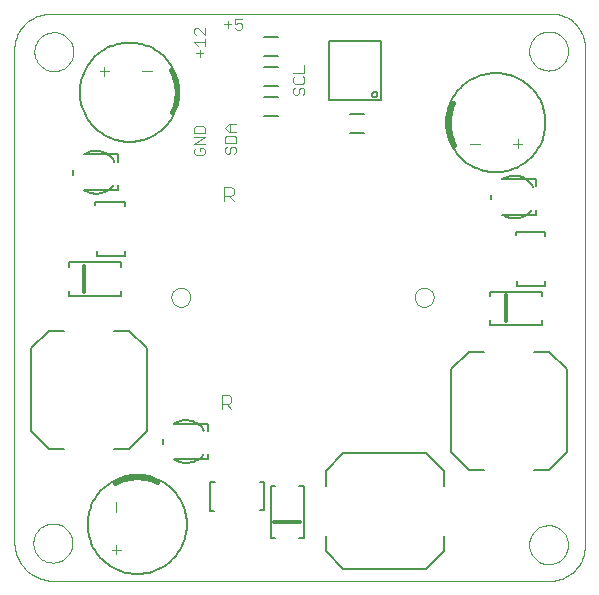
<source format=gto>
G75*
G70*
%OFA0B0*%
%FSLAX24Y24*%
%IPPOS*%
%LPD*%
%AMOC8*
5,1,8,0,0,1.08239X$1,22.5*
%
%ADD10C,0.0000*%
%ADD11C,0.0030*%
%ADD12C,0.0050*%
%ADD13C,0.0120*%
%ADD14C,0.0160*%
%ADD15C,0.0040*%
%ADD16C,0.0060*%
D10*
X002197Y001169D02*
X018827Y001169D01*
X018828Y001169D02*
X018893Y001175D01*
X018958Y001185D01*
X019022Y001198D01*
X019085Y001215D01*
X019147Y001236D01*
X019208Y001260D01*
X019267Y001287D01*
X019325Y001318D01*
X019381Y001352D01*
X019435Y001389D01*
X019487Y001429D01*
X019537Y001472D01*
X019584Y001517D01*
X019628Y001565D01*
X019670Y001616D01*
X019708Y001669D01*
X019744Y001723D01*
X019777Y001780D01*
X019806Y001839D01*
X019832Y001899D01*
X019855Y001960D01*
X019874Y002023D01*
X019890Y002086D01*
X019902Y002151D01*
X019910Y002216D01*
X019915Y002281D01*
X019916Y002346D01*
X019913Y002412D01*
X019913Y018974D01*
X019911Y019037D01*
X019906Y019101D01*
X019896Y019164D01*
X019884Y019226D01*
X019867Y019287D01*
X019847Y019348D01*
X019824Y019407D01*
X019797Y019465D01*
X019767Y019520D01*
X019733Y019575D01*
X019697Y019627D01*
X019657Y019677D01*
X019615Y019724D01*
X019570Y019769D01*
X019523Y019811D01*
X019473Y019851D01*
X019421Y019887D01*
X019366Y019921D01*
X019311Y019951D01*
X019253Y019978D01*
X019194Y020001D01*
X019133Y020021D01*
X019072Y020038D01*
X019010Y020050D01*
X018947Y020060D01*
X018883Y020065D01*
X018820Y020067D01*
X002057Y020067D01*
X002057Y020066D02*
X001989Y020062D01*
X001923Y020054D01*
X001856Y020043D01*
X001791Y020028D01*
X001726Y020009D01*
X001663Y019986D01*
X001601Y019960D01*
X001540Y019931D01*
X001481Y019898D01*
X001425Y019862D01*
X001370Y019822D01*
X001317Y019780D01*
X001267Y019735D01*
X001220Y019687D01*
X001175Y019637D01*
X001134Y019584D01*
X001095Y019529D01*
X001060Y019472D01*
X001027Y019413D01*
X000998Y019352D01*
X000973Y019290D01*
X000951Y019226D01*
X000933Y019161D01*
X000918Y019096D01*
X000907Y019029D01*
X000900Y018962D01*
X000896Y018895D01*
X000897Y018828D01*
X000897Y002469D01*
X001529Y002427D02*
X001531Y002477D01*
X001537Y002527D01*
X001547Y002577D01*
X001560Y002625D01*
X001577Y002673D01*
X001598Y002719D01*
X001622Y002763D01*
X001650Y002805D01*
X001681Y002845D01*
X001715Y002882D01*
X001752Y002917D01*
X001791Y002948D01*
X001832Y002977D01*
X001876Y003002D01*
X001922Y003024D01*
X001969Y003042D01*
X002017Y003056D01*
X002066Y003067D01*
X002116Y003074D01*
X002166Y003077D01*
X002217Y003076D01*
X002267Y003071D01*
X002317Y003062D01*
X002365Y003050D01*
X002413Y003033D01*
X002459Y003013D01*
X002504Y002990D01*
X002547Y002963D01*
X002587Y002933D01*
X002625Y002900D01*
X002660Y002864D01*
X002693Y002825D01*
X002722Y002784D01*
X002748Y002741D01*
X002771Y002696D01*
X002790Y002649D01*
X002805Y002601D01*
X002817Y002552D01*
X002825Y002502D01*
X002829Y002452D01*
X002829Y002402D01*
X002825Y002352D01*
X002817Y002302D01*
X002805Y002253D01*
X002790Y002205D01*
X002771Y002158D01*
X002748Y002113D01*
X002722Y002070D01*
X002693Y002029D01*
X002660Y001990D01*
X002625Y001954D01*
X002587Y001921D01*
X002547Y001891D01*
X002504Y001864D01*
X002459Y001841D01*
X002413Y001821D01*
X002365Y001804D01*
X002317Y001792D01*
X002267Y001783D01*
X002217Y001778D01*
X002166Y001777D01*
X002116Y001780D01*
X002066Y001787D01*
X002017Y001798D01*
X001969Y001812D01*
X001922Y001830D01*
X001876Y001852D01*
X001832Y001877D01*
X001791Y001906D01*
X001752Y001937D01*
X001715Y001972D01*
X001681Y002009D01*
X001650Y002049D01*
X001622Y002091D01*
X001598Y002135D01*
X001577Y002181D01*
X001560Y002229D01*
X001547Y002277D01*
X001537Y002327D01*
X001531Y002377D01*
X001529Y002427D01*
X000897Y002469D02*
X000899Y002399D01*
X000905Y002328D01*
X000914Y002259D01*
X000927Y002190D01*
X000944Y002121D01*
X000965Y002054D01*
X000989Y001988D01*
X001017Y001923D01*
X001048Y001860D01*
X001083Y001799D01*
X001121Y001739D01*
X001162Y001682D01*
X001206Y001627D01*
X001253Y001575D01*
X001303Y001525D01*
X001355Y001478D01*
X001410Y001434D01*
X001467Y001393D01*
X001527Y001355D01*
X001588Y001320D01*
X001651Y001289D01*
X001716Y001261D01*
X001782Y001237D01*
X001849Y001216D01*
X001918Y001199D01*
X001987Y001186D01*
X002056Y001177D01*
X002127Y001171D01*
X002197Y001169D01*
X006133Y010618D02*
X006135Y010653D01*
X006141Y010688D01*
X006151Y010722D01*
X006164Y010755D01*
X006181Y010786D01*
X006202Y010814D01*
X006225Y010841D01*
X006252Y010864D01*
X006280Y010885D01*
X006311Y010902D01*
X006344Y010915D01*
X006378Y010925D01*
X006413Y010931D01*
X006448Y010933D01*
X006483Y010931D01*
X006518Y010925D01*
X006552Y010915D01*
X006585Y010902D01*
X006616Y010885D01*
X006644Y010864D01*
X006671Y010841D01*
X006694Y010814D01*
X006715Y010786D01*
X006732Y010755D01*
X006745Y010722D01*
X006755Y010688D01*
X006761Y010653D01*
X006763Y010618D01*
X006761Y010583D01*
X006755Y010548D01*
X006745Y010514D01*
X006732Y010481D01*
X006715Y010450D01*
X006694Y010422D01*
X006671Y010395D01*
X006644Y010372D01*
X006616Y010351D01*
X006585Y010334D01*
X006552Y010321D01*
X006518Y010311D01*
X006483Y010305D01*
X006448Y010303D01*
X006413Y010305D01*
X006378Y010311D01*
X006344Y010321D01*
X006311Y010334D01*
X006280Y010351D01*
X006252Y010372D01*
X006225Y010395D01*
X006202Y010422D01*
X006181Y010450D01*
X006164Y010481D01*
X006151Y010514D01*
X006141Y010548D01*
X006135Y010583D01*
X006133Y010618D01*
X001568Y018805D02*
X001570Y018855D01*
X001576Y018905D01*
X001586Y018955D01*
X001599Y019003D01*
X001616Y019051D01*
X001637Y019097D01*
X001661Y019141D01*
X001689Y019183D01*
X001720Y019223D01*
X001754Y019260D01*
X001791Y019295D01*
X001830Y019326D01*
X001871Y019355D01*
X001915Y019380D01*
X001961Y019402D01*
X002008Y019420D01*
X002056Y019434D01*
X002105Y019445D01*
X002155Y019452D01*
X002205Y019455D01*
X002256Y019454D01*
X002306Y019449D01*
X002356Y019440D01*
X002404Y019428D01*
X002452Y019411D01*
X002498Y019391D01*
X002543Y019368D01*
X002586Y019341D01*
X002626Y019311D01*
X002664Y019278D01*
X002699Y019242D01*
X002732Y019203D01*
X002761Y019162D01*
X002787Y019119D01*
X002810Y019074D01*
X002829Y019027D01*
X002844Y018979D01*
X002856Y018930D01*
X002864Y018880D01*
X002868Y018830D01*
X002868Y018780D01*
X002864Y018730D01*
X002856Y018680D01*
X002844Y018631D01*
X002829Y018583D01*
X002810Y018536D01*
X002787Y018491D01*
X002761Y018448D01*
X002732Y018407D01*
X002699Y018368D01*
X002664Y018332D01*
X002626Y018299D01*
X002586Y018269D01*
X002543Y018242D01*
X002498Y018219D01*
X002452Y018199D01*
X002404Y018182D01*
X002356Y018170D01*
X002306Y018161D01*
X002256Y018156D01*
X002205Y018155D01*
X002155Y018158D01*
X002105Y018165D01*
X002056Y018176D01*
X002008Y018190D01*
X001961Y018208D01*
X001915Y018230D01*
X001871Y018255D01*
X001830Y018284D01*
X001791Y018315D01*
X001754Y018350D01*
X001720Y018387D01*
X001689Y018427D01*
X001661Y018469D01*
X001637Y018513D01*
X001616Y018559D01*
X001599Y018607D01*
X001586Y018655D01*
X001576Y018705D01*
X001570Y018755D01*
X001568Y018805D01*
X014243Y010618D02*
X014245Y010653D01*
X014251Y010688D01*
X014261Y010722D01*
X014274Y010755D01*
X014291Y010786D01*
X014312Y010814D01*
X014335Y010841D01*
X014362Y010864D01*
X014390Y010885D01*
X014421Y010902D01*
X014454Y010915D01*
X014488Y010925D01*
X014523Y010931D01*
X014558Y010933D01*
X014593Y010931D01*
X014628Y010925D01*
X014662Y010915D01*
X014695Y010902D01*
X014726Y010885D01*
X014754Y010864D01*
X014781Y010841D01*
X014804Y010814D01*
X014825Y010786D01*
X014842Y010755D01*
X014855Y010722D01*
X014865Y010688D01*
X014871Y010653D01*
X014873Y010618D01*
X014871Y010583D01*
X014865Y010548D01*
X014855Y010514D01*
X014842Y010481D01*
X014825Y010450D01*
X014804Y010422D01*
X014781Y010395D01*
X014754Y010372D01*
X014726Y010351D01*
X014695Y010334D01*
X014662Y010321D01*
X014628Y010311D01*
X014593Y010305D01*
X014558Y010303D01*
X014523Y010305D01*
X014488Y010311D01*
X014454Y010321D01*
X014421Y010334D01*
X014390Y010351D01*
X014362Y010372D01*
X014335Y010395D01*
X014312Y010422D01*
X014291Y010450D01*
X014274Y010481D01*
X014261Y010514D01*
X014251Y010548D01*
X014245Y010583D01*
X014243Y010618D01*
X018056Y018829D02*
X018058Y018879D01*
X018064Y018929D01*
X018074Y018979D01*
X018087Y019027D01*
X018104Y019075D01*
X018125Y019121D01*
X018149Y019165D01*
X018177Y019207D01*
X018208Y019247D01*
X018242Y019284D01*
X018279Y019319D01*
X018318Y019350D01*
X018359Y019379D01*
X018403Y019404D01*
X018449Y019426D01*
X018496Y019444D01*
X018544Y019458D01*
X018593Y019469D01*
X018643Y019476D01*
X018693Y019479D01*
X018744Y019478D01*
X018794Y019473D01*
X018844Y019464D01*
X018892Y019452D01*
X018940Y019435D01*
X018986Y019415D01*
X019031Y019392D01*
X019074Y019365D01*
X019114Y019335D01*
X019152Y019302D01*
X019187Y019266D01*
X019220Y019227D01*
X019249Y019186D01*
X019275Y019143D01*
X019298Y019098D01*
X019317Y019051D01*
X019332Y019003D01*
X019344Y018954D01*
X019352Y018904D01*
X019356Y018854D01*
X019356Y018804D01*
X019352Y018754D01*
X019344Y018704D01*
X019332Y018655D01*
X019317Y018607D01*
X019298Y018560D01*
X019275Y018515D01*
X019249Y018472D01*
X019220Y018431D01*
X019187Y018392D01*
X019152Y018356D01*
X019114Y018323D01*
X019074Y018293D01*
X019031Y018266D01*
X018986Y018243D01*
X018940Y018223D01*
X018892Y018206D01*
X018844Y018194D01*
X018794Y018185D01*
X018744Y018180D01*
X018693Y018179D01*
X018643Y018182D01*
X018593Y018189D01*
X018544Y018200D01*
X018496Y018214D01*
X018449Y018232D01*
X018403Y018254D01*
X018359Y018279D01*
X018318Y018308D01*
X018279Y018339D01*
X018242Y018374D01*
X018208Y018411D01*
X018177Y018451D01*
X018149Y018493D01*
X018125Y018537D01*
X018104Y018583D01*
X018087Y018631D01*
X018074Y018679D01*
X018064Y018729D01*
X018058Y018779D01*
X018056Y018829D01*
X018056Y002372D02*
X018058Y002422D01*
X018064Y002472D01*
X018074Y002522D01*
X018087Y002570D01*
X018104Y002618D01*
X018125Y002664D01*
X018149Y002708D01*
X018177Y002750D01*
X018208Y002790D01*
X018242Y002827D01*
X018279Y002862D01*
X018318Y002893D01*
X018359Y002922D01*
X018403Y002947D01*
X018449Y002969D01*
X018496Y002987D01*
X018544Y003001D01*
X018593Y003012D01*
X018643Y003019D01*
X018693Y003022D01*
X018744Y003021D01*
X018794Y003016D01*
X018844Y003007D01*
X018892Y002995D01*
X018940Y002978D01*
X018986Y002958D01*
X019031Y002935D01*
X019074Y002908D01*
X019114Y002878D01*
X019152Y002845D01*
X019187Y002809D01*
X019220Y002770D01*
X019249Y002729D01*
X019275Y002686D01*
X019298Y002641D01*
X019317Y002594D01*
X019332Y002546D01*
X019344Y002497D01*
X019352Y002447D01*
X019356Y002397D01*
X019356Y002347D01*
X019352Y002297D01*
X019344Y002247D01*
X019332Y002198D01*
X019317Y002150D01*
X019298Y002103D01*
X019275Y002058D01*
X019249Y002015D01*
X019220Y001974D01*
X019187Y001935D01*
X019152Y001899D01*
X019114Y001866D01*
X019074Y001836D01*
X019031Y001809D01*
X018986Y001786D01*
X018940Y001766D01*
X018892Y001749D01*
X018844Y001737D01*
X018794Y001728D01*
X018744Y001723D01*
X018693Y001722D01*
X018643Y001725D01*
X018593Y001732D01*
X018544Y001743D01*
X018496Y001757D01*
X018449Y001775D01*
X018403Y001797D01*
X018359Y001822D01*
X018318Y001851D01*
X018279Y001882D01*
X018242Y001917D01*
X018208Y001954D01*
X018177Y001994D01*
X018149Y002036D01*
X018125Y002080D01*
X018104Y002126D01*
X018087Y002174D01*
X018074Y002222D01*
X018064Y002272D01*
X018058Y002322D01*
X018056Y002372D01*
D11*
X007198Y015357D02*
X006951Y015357D01*
X006890Y015419D01*
X006890Y015543D01*
X006951Y015604D01*
X007075Y015604D02*
X007075Y015481D01*
X007075Y015604D02*
X007198Y015604D01*
X007260Y015543D01*
X007260Y015419D01*
X007198Y015357D01*
X007260Y015726D02*
X006890Y015726D01*
X007260Y015973D01*
X006890Y015973D01*
X006890Y016094D02*
X006890Y016279D01*
X006951Y016341D01*
X007198Y016341D01*
X007260Y016279D01*
X007260Y016094D01*
X006890Y016094D01*
X007913Y015950D02*
X007913Y015765D01*
X008284Y015765D01*
X008284Y015950D01*
X008222Y016012D01*
X007975Y016012D01*
X007913Y015950D01*
X008037Y016133D02*
X007913Y016257D01*
X008037Y016380D01*
X008284Y016380D01*
X008098Y016380D02*
X008098Y016133D01*
X008037Y016133D02*
X008284Y016133D01*
X008222Y015644D02*
X008160Y015644D01*
X008098Y015582D01*
X008098Y015458D01*
X008037Y015397D01*
X007975Y015397D01*
X007913Y015458D01*
X007913Y015582D01*
X007975Y015644D01*
X008222Y015644D02*
X008284Y015582D01*
X008284Y015458D01*
X008222Y015397D01*
X010258Y017365D02*
X010197Y017427D01*
X010197Y017550D01*
X010258Y017612D01*
X010258Y017734D02*
X010505Y017734D01*
X010567Y017795D01*
X010567Y017919D01*
X010505Y017980D01*
X010567Y018102D02*
X010197Y018102D01*
X010258Y017980D02*
X010197Y017919D01*
X010197Y017795D01*
X010258Y017734D01*
X010382Y017550D02*
X010444Y017612D01*
X010505Y017612D01*
X010567Y017550D01*
X010567Y017427D01*
X010505Y017365D01*
X010382Y017427D02*
X010382Y017550D01*
X010382Y017427D02*
X010320Y017365D01*
X010258Y017365D01*
X010567Y018102D02*
X010567Y018349D01*
X008496Y019592D02*
X008434Y019531D01*
X008311Y019531D01*
X008249Y019592D01*
X008249Y019716D02*
X008372Y019777D01*
X008434Y019777D01*
X008496Y019716D01*
X008496Y019592D01*
X008249Y019716D02*
X008249Y019901D01*
X008496Y019901D01*
X008127Y019716D02*
X007881Y019716D01*
X008004Y019839D02*
X008004Y019592D01*
X007260Y019609D02*
X007260Y019362D01*
X007013Y019609D01*
X006951Y019609D01*
X006890Y019547D01*
X006890Y019423D01*
X006951Y019362D01*
X006890Y019117D02*
X007260Y019117D01*
X007260Y019240D02*
X007260Y018993D01*
X007075Y018872D02*
X007075Y018625D01*
X007198Y018749D02*
X006951Y018749D01*
X007013Y018993D02*
X006890Y019117D01*
D12*
X003084Y017455D02*
X003086Y017536D01*
X003092Y017617D01*
X003102Y017698D01*
X003116Y017778D01*
X003134Y017857D01*
X003155Y017935D01*
X003181Y018012D01*
X003210Y018088D01*
X003243Y018162D01*
X003279Y018235D01*
X003319Y018305D01*
X003363Y018374D01*
X003409Y018440D01*
X003459Y018504D01*
X003512Y018566D01*
X003568Y018625D01*
X003627Y018681D01*
X003689Y018734D01*
X003753Y018784D01*
X003819Y018830D01*
X003888Y018874D01*
X003958Y018914D01*
X004031Y018950D01*
X004105Y018983D01*
X004181Y019012D01*
X004258Y019038D01*
X004336Y019059D01*
X004415Y019077D01*
X004495Y019091D01*
X004576Y019101D01*
X004657Y019107D01*
X004738Y019109D01*
X004819Y019107D01*
X004900Y019101D01*
X004981Y019091D01*
X005061Y019077D01*
X005140Y019059D01*
X005218Y019038D01*
X005295Y019012D01*
X005371Y018983D01*
X005445Y018950D01*
X005518Y018914D01*
X005588Y018874D01*
X005657Y018830D01*
X005723Y018784D01*
X005787Y018734D01*
X005849Y018681D01*
X005908Y018625D01*
X005964Y018566D01*
X006017Y018504D01*
X006067Y018440D01*
X006113Y018374D01*
X006157Y018305D01*
X006197Y018235D01*
X006233Y018162D01*
X006266Y018088D01*
X006295Y018012D01*
X006321Y017935D01*
X006342Y017857D01*
X006360Y017778D01*
X006374Y017698D01*
X006384Y017617D01*
X006390Y017536D01*
X006392Y017455D01*
X006390Y017374D01*
X006384Y017293D01*
X006374Y017212D01*
X006360Y017132D01*
X006342Y017053D01*
X006321Y016975D01*
X006295Y016898D01*
X006266Y016822D01*
X006233Y016748D01*
X006197Y016675D01*
X006157Y016605D01*
X006113Y016536D01*
X006067Y016470D01*
X006017Y016406D01*
X005964Y016344D01*
X005908Y016285D01*
X005849Y016229D01*
X005787Y016176D01*
X005723Y016126D01*
X005657Y016080D01*
X005588Y016036D01*
X005518Y015996D01*
X005445Y015960D01*
X005371Y015927D01*
X005295Y015898D01*
X005218Y015872D01*
X005140Y015851D01*
X005061Y015833D01*
X004981Y015819D01*
X004900Y015809D01*
X004819Y015803D01*
X004738Y015801D01*
X004657Y015803D01*
X004576Y015809D01*
X004495Y015819D01*
X004415Y015833D01*
X004336Y015851D01*
X004258Y015872D01*
X004181Y015898D01*
X004105Y015927D01*
X004031Y015960D01*
X003958Y015996D01*
X003888Y016036D01*
X003819Y016080D01*
X003753Y016126D01*
X003689Y016176D01*
X003627Y016229D01*
X003568Y016285D01*
X003512Y016344D01*
X003459Y016406D01*
X003409Y016470D01*
X003363Y016536D01*
X003319Y016605D01*
X003279Y016675D01*
X003243Y016748D01*
X003210Y016822D01*
X003181Y016898D01*
X003155Y016975D01*
X003134Y017053D01*
X003116Y017132D01*
X003102Y017212D01*
X003092Y017293D01*
X003086Y017374D01*
X003084Y017455D01*
X003220Y015382D02*
X004362Y015382D01*
X004362Y015146D01*
X004362Y014358D02*
X004362Y014201D01*
X003220Y014201D01*
X003601Y013805D02*
X003601Y013686D01*
X003601Y013805D02*
X004585Y013805D01*
X004585Y013647D01*
X004585Y012151D02*
X004585Y011994D01*
X003640Y011994D01*
X003640Y012151D01*
X004455Y011781D02*
X004455Y011623D01*
X004455Y011781D02*
X002723Y011781D01*
X002723Y011623D01*
X002723Y010836D02*
X002723Y010679D01*
X004455Y010679D01*
X004455Y010836D01*
X004213Y009506D02*
X004725Y009506D01*
X005315Y008916D01*
X005315Y006160D01*
X004725Y005569D01*
X004213Y005569D01*
X005858Y005736D02*
X005858Y005894D01*
X006212Y006405D02*
X007354Y006405D01*
X007354Y006169D01*
X007354Y005382D02*
X007354Y005224D01*
X006212Y005224D01*
X006211Y006406D02*
X006255Y006433D01*
X006300Y006457D01*
X006347Y006477D01*
X006395Y006494D01*
X006445Y006507D01*
X006495Y006517D01*
X006546Y006523D01*
X006597Y006526D01*
X006648Y006525D01*
X006699Y006520D01*
X006749Y006511D01*
X006799Y006499D01*
X006848Y006484D01*
X006895Y006464D01*
X006941Y006442D01*
X006985Y006416D01*
X007027Y006387D01*
X007067Y006355D01*
X007105Y006321D01*
X007140Y006283D01*
X007172Y006244D01*
X007202Y006202D01*
X007228Y006158D01*
X007212Y005390D02*
X007179Y005349D01*
X007142Y005310D01*
X007103Y005274D01*
X007061Y005241D01*
X007017Y005212D01*
X006970Y005185D01*
X006923Y005162D01*
X006873Y005142D01*
X006822Y005126D01*
X006770Y005114D01*
X006718Y005106D01*
X006665Y005101D01*
X006612Y005100D01*
X006559Y005103D01*
X006506Y005110D01*
X006454Y005121D01*
X006402Y005135D01*
X006352Y005153D01*
X006304Y005175D01*
X006257Y005200D01*
X006212Y005228D01*
X007419Y004475D02*
X007577Y004475D01*
X007419Y004475D02*
X007419Y003491D01*
X007537Y003491D01*
X009073Y003531D02*
X009230Y003531D01*
X009230Y004475D01*
X009073Y004475D01*
X009443Y004338D02*
X009600Y004338D01*
X009443Y004338D02*
X009443Y002605D01*
X009600Y002605D01*
X010388Y002605D02*
X010545Y002605D01*
X010545Y004338D01*
X010388Y004338D01*
X011277Y004316D02*
X011277Y004827D01*
X011867Y005418D01*
X014623Y005418D01*
X015214Y004827D01*
X015214Y004316D01*
X016051Y004868D02*
X016563Y004868D01*
X016051Y004868D02*
X015461Y005459D01*
X015461Y008215D01*
X016051Y008805D01*
X016563Y008805D01*
X016766Y009710D02*
X016766Y009868D01*
X016766Y009710D02*
X018499Y009710D01*
X018499Y009868D01*
X018499Y010655D02*
X018499Y010812D01*
X016766Y010812D01*
X016766Y010655D01*
X017656Y010997D02*
X017656Y011155D01*
X017656Y010997D02*
X018601Y010997D01*
X018601Y011155D01*
X018601Y012651D02*
X018601Y012809D01*
X017617Y012809D01*
X017617Y012690D01*
X017157Y013374D02*
X018299Y013374D01*
X018299Y013531D01*
X018157Y013539D02*
X018124Y013498D01*
X018087Y013459D01*
X018048Y013423D01*
X018006Y013390D01*
X017962Y013361D01*
X017915Y013334D01*
X017868Y013311D01*
X017818Y013291D01*
X017767Y013275D01*
X017715Y013263D01*
X017663Y013255D01*
X017610Y013250D01*
X017557Y013249D01*
X017504Y013252D01*
X017451Y013259D01*
X017399Y013270D01*
X017347Y013284D01*
X017297Y013302D01*
X017249Y013324D01*
X017202Y013349D01*
X017157Y013377D01*
X016803Y013886D02*
X016803Y014043D01*
X017157Y014555D02*
X018299Y014555D01*
X018299Y014319D01*
X018173Y014307D02*
X018147Y014351D01*
X018117Y014393D01*
X018085Y014432D01*
X018050Y014470D01*
X018012Y014504D01*
X017972Y014536D01*
X017930Y014565D01*
X017886Y014591D01*
X017840Y014613D01*
X017793Y014633D01*
X017744Y014648D01*
X017694Y014660D01*
X017644Y014669D01*
X017593Y014674D01*
X017542Y014675D01*
X017491Y014672D01*
X017440Y014666D01*
X017390Y014656D01*
X017340Y014643D01*
X017292Y014626D01*
X017245Y014606D01*
X017200Y014582D01*
X017156Y014555D01*
X015293Y016441D02*
X015295Y016522D01*
X015301Y016603D01*
X015311Y016684D01*
X015325Y016764D01*
X015343Y016843D01*
X015364Y016921D01*
X015390Y016998D01*
X015419Y017074D01*
X015452Y017148D01*
X015488Y017221D01*
X015528Y017291D01*
X015572Y017360D01*
X015618Y017426D01*
X015668Y017490D01*
X015721Y017552D01*
X015777Y017611D01*
X015836Y017667D01*
X015898Y017720D01*
X015962Y017770D01*
X016028Y017816D01*
X016097Y017860D01*
X016167Y017900D01*
X016240Y017936D01*
X016314Y017969D01*
X016390Y017998D01*
X016467Y018024D01*
X016545Y018045D01*
X016624Y018063D01*
X016704Y018077D01*
X016785Y018087D01*
X016866Y018093D01*
X016947Y018095D01*
X017028Y018093D01*
X017109Y018087D01*
X017190Y018077D01*
X017270Y018063D01*
X017349Y018045D01*
X017427Y018024D01*
X017504Y017998D01*
X017580Y017969D01*
X017654Y017936D01*
X017727Y017900D01*
X017797Y017860D01*
X017866Y017816D01*
X017932Y017770D01*
X017996Y017720D01*
X018058Y017667D01*
X018117Y017611D01*
X018173Y017552D01*
X018226Y017490D01*
X018276Y017426D01*
X018322Y017360D01*
X018366Y017291D01*
X018406Y017221D01*
X018442Y017148D01*
X018475Y017074D01*
X018504Y016998D01*
X018530Y016921D01*
X018551Y016843D01*
X018569Y016764D01*
X018583Y016684D01*
X018593Y016603D01*
X018599Y016522D01*
X018601Y016441D01*
X018599Y016360D01*
X018593Y016279D01*
X018583Y016198D01*
X018569Y016118D01*
X018551Y016039D01*
X018530Y015961D01*
X018504Y015884D01*
X018475Y015808D01*
X018442Y015734D01*
X018406Y015661D01*
X018366Y015591D01*
X018322Y015522D01*
X018276Y015456D01*
X018226Y015392D01*
X018173Y015330D01*
X018117Y015271D01*
X018058Y015215D01*
X017996Y015162D01*
X017932Y015112D01*
X017866Y015066D01*
X017797Y015022D01*
X017727Y014982D01*
X017654Y014946D01*
X017580Y014913D01*
X017504Y014884D01*
X017427Y014858D01*
X017349Y014837D01*
X017270Y014819D01*
X017190Y014805D01*
X017109Y014795D01*
X017028Y014789D01*
X016947Y014787D01*
X016866Y014789D01*
X016785Y014795D01*
X016704Y014805D01*
X016624Y014819D01*
X016545Y014837D01*
X016467Y014858D01*
X016390Y014884D01*
X016314Y014913D01*
X016240Y014946D01*
X016167Y014982D01*
X016097Y015022D01*
X016028Y015066D01*
X015962Y015112D01*
X015898Y015162D01*
X015836Y015215D01*
X015777Y015271D01*
X015721Y015330D01*
X015668Y015392D01*
X015618Y015456D01*
X015572Y015522D01*
X015528Y015591D01*
X015488Y015661D01*
X015452Y015734D01*
X015419Y015808D01*
X015390Y015884D01*
X015364Y015961D01*
X015343Y016039D01*
X015325Y016118D01*
X015311Y016198D01*
X015301Y016279D01*
X015295Y016360D01*
X015293Y016441D01*
X013110Y017181D02*
X013110Y019149D01*
X011377Y019149D01*
X011377Y017181D01*
X013110Y017181D01*
X012825Y017378D02*
X012827Y017396D01*
X012833Y017414D01*
X012842Y017430D01*
X012854Y017443D01*
X012869Y017454D01*
X012886Y017462D01*
X012904Y017466D01*
X012922Y017466D01*
X012940Y017462D01*
X012957Y017454D01*
X012972Y017443D01*
X012984Y017430D01*
X012993Y017414D01*
X012999Y017396D01*
X013001Y017378D01*
X012999Y017360D01*
X012993Y017342D01*
X012984Y017326D01*
X012972Y017313D01*
X012957Y017302D01*
X012940Y017294D01*
X012922Y017290D01*
X012904Y017290D01*
X012886Y017294D01*
X012869Y017302D01*
X012854Y017313D01*
X012842Y017326D01*
X012833Y017342D01*
X012827Y017360D01*
X012825Y017378D01*
X018217Y008805D02*
X018729Y008805D01*
X019319Y008215D01*
X019319Y005459D01*
X018729Y004868D01*
X018217Y004868D01*
X015214Y002662D02*
X015214Y002150D01*
X014623Y001560D01*
X011867Y001560D01*
X011277Y002150D01*
X011277Y002662D01*
X003341Y003050D02*
X003343Y003131D01*
X003349Y003212D01*
X003359Y003293D01*
X003373Y003373D01*
X003391Y003452D01*
X003412Y003530D01*
X003438Y003607D01*
X003467Y003683D01*
X003500Y003757D01*
X003536Y003830D01*
X003576Y003900D01*
X003620Y003969D01*
X003666Y004035D01*
X003716Y004099D01*
X003769Y004161D01*
X003825Y004220D01*
X003884Y004276D01*
X003946Y004329D01*
X004010Y004379D01*
X004076Y004425D01*
X004145Y004469D01*
X004215Y004509D01*
X004288Y004545D01*
X004362Y004578D01*
X004438Y004607D01*
X004515Y004633D01*
X004593Y004654D01*
X004672Y004672D01*
X004752Y004686D01*
X004833Y004696D01*
X004914Y004702D01*
X004995Y004704D01*
X005076Y004702D01*
X005157Y004696D01*
X005238Y004686D01*
X005318Y004672D01*
X005397Y004654D01*
X005475Y004633D01*
X005552Y004607D01*
X005628Y004578D01*
X005702Y004545D01*
X005775Y004509D01*
X005845Y004469D01*
X005914Y004425D01*
X005980Y004379D01*
X006044Y004329D01*
X006106Y004276D01*
X006165Y004220D01*
X006221Y004161D01*
X006274Y004099D01*
X006324Y004035D01*
X006370Y003969D01*
X006414Y003900D01*
X006454Y003830D01*
X006490Y003757D01*
X006523Y003683D01*
X006552Y003607D01*
X006578Y003530D01*
X006599Y003452D01*
X006617Y003373D01*
X006631Y003293D01*
X006641Y003212D01*
X006647Y003131D01*
X006649Y003050D01*
X006647Y002969D01*
X006641Y002888D01*
X006631Y002807D01*
X006617Y002727D01*
X006599Y002648D01*
X006578Y002570D01*
X006552Y002493D01*
X006523Y002417D01*
X006490Y002343D01*
X006454Y002270D01*
X006414Y002200D01*
X006370Y002131D01*
X006324Y002065D01*
X006274Y002001D01*
X006221Y001939D01*
X006165Y001880D01*
X006106Y001824D01*
X006044Y001771D01*
X005980Y001721D01*
X005914Y001675D01*
X005845Y001631D01*
X005775Y001591D01*
X005702Y001555D01*
X005628Y001522D01*
X005552Y001493D01*
X005475Y001467D01*
X005397Y001446D01*
X005318Y001428D01*
X005238Y001414D01*
X005157Y001404D01*
X005076Y001398D01*
X004995Y001396D01*
X004914Y001398D01*
X004833Y001404D01*
X004752Y001414D01*
X004672Y001428D01*
X004593Y001446D01*
X004515Y001467D01*
X004438Y001493D01*
X004362Y001522D01*
X004288Y001555D01*
X004215Y001591D01*
X004145Y001631D01*
X004076Y001675D01*
X004010Y001721D01*
X003946Y001771D01*
X003884Y001824D01*
X003825Y001880D01*
X003769Y001939D01*
X003716Y002001D01*
X003666Y002065D01*
X003620Y002131D01*
X003576Y002200D01*
X003536Y002270D01*
X003500Y002343D01*
X003467Y002417D01*
X003438Y002493D01*
X003412Y002570D01*
X003391Y002648D01*
X003373Y002727D01*
X003359Y002807D01*
X003349Y002888D01*
X003343Y002969D01*
X003341Y003050D01*
X002559Y005569D02*
X002047Y005569D01*
X001457Y006160D01*
X001457Y008916D01*
X002047Y009506D01*
X002559Y009506D01*
X002866Y014712D02*
X002866Y014870D01*
X003219Y015382D02*
X003263Y015409D01*
X003308Y015433D01*
X003355Y015453D01*
X003403Y015470D01*
X003453Y015483D01*
X003503Y015493D01*
X003554Y015499D01*
X003605Y015502D01*
X003656Y015501D01*
X003707Y015496D01*
X003757Y015487D01*
X003807Y015475D01*
X003856Y015460D01*
X003903Y015440D01*
X003949Y015418D01*
X003993Y015392D01*
X004035Y015363D01*
X004075Y015331D01*
X004113Y015297D01*
X004148Y015259D01*
X004180Y015220D01*
X004210Y015178D01*
X004236Y015134D01*
X004220Y014366D02*
X004187Y014325D01*
X004150Y014286D01*
X004111Y014250D01*
X004069Y014217D01*
X004025Y014188D01*
X003978Y014161D01*
X003931Y014138D01*
X003881Y014118D01*
X003830Y014102D01*
X003778Y014090D01*
X003726Y014082D01*
X003673Y014077D01*
X003620Y014076D01*
X003567Y014079D01*
X003514Y014086D01*
X003462Y014097D01*
X003410Y014111D01*
X003360Y014129D01*
X003312Y014151D01*
X003265Y014176D01*
X003220Y014204D01*
D13*
X003235Y011663D02*
X003235Y010797D01*
X009561Y003117D02*
X010427Y003117D01*
X017278Y009828D02*
X017278Y010694D01*
D14*
X015569Y015692D02*
X015533Y015761D01*
X015502Y015832D01*
X015473Y015904D01*
X015449Y015977D01*
X015428Y016052D01*
X015410Y016127D01*
X015397Y016204D01*
X015387Y016281D01*
X015381Y016358D01*
X015379Y016435D01*
X015381Y016513D01*
X015386Y016590D01*
X015395Y016667D01*
X015409Y016743D01*
X015425Y016819D01*
X015446Y016893D01*
X015470Y016967D01*
X015498Y017039D01*
X015529Y017110D01*
X006156Y016786D02*
X006187Y016857D01*
X006215Y016929D01*
X006239Y017003D01*
X006260Y017077D01*
X006276Y017153D01*
X006290Y017229D01*
X006299Y017306D01*
X006304Y017383D01*
X006306Y017461D01*
X006304Y017538D01*
X006298Y017615D01*
X006288Y017692D01*
X006275Y017769D01*
X006257Y017844D01*
X006236Y017919D01*
X006212Y017992D01*
X006183Y018064D01*
X006152Y018135D01*
X006116Y018204D01*
X005665Y004468D02*
X005594Y004499D01*
X005522Y004527D01*
X005448Y004551D01*
X005374Y004572D01*
X005298Y004588D01*
X005222Y004602D01*
X005145Y004611D01*
X005068Y004616D01*
X004990Y004618D01*
X004913Y004616D01*
X004836Y004610D01*
X004759Y004600D01*
X004682Y004587D01*
X004607Y004569D01*
X004532Y004548D01*
X004459Y004524D01*
X004387Y004495D01*
X004316Y004464D01*
X004247Y004428D01*
D15*
X004300Y003783D02*
X004300Y003476D01*
X004300Y002366D02*
X004300Y002059D01*
X004147Y002212D02*
X004454Y002212D01*
X007819Y006910D02*
X007819Y007370D01*
X008049Y007370D01*
X008126Y007293D01*
X008126Y007140D01*
X008049Y007063D01*
X007819Y007063D01*
X007972Y007063D02*
X008126Y006910D01*
X008204Y013839D02*
X008051Y013992D01*
X008128Y013992D02*
X007898Y013992D01*
X007898Y013839D02*
X007898Y014299D01*
X008128Y014299D01*
X008204Y014222D01*
X008204Y014069D01*
X008128Y013992D01*
X005471Y018150D02*
X005164Y018150D01*
X004053Y018150D02*
X003746Y018150D01*
X003900Y018303D02*
X003900Y017997D01*
X016100Y015746D02*
X016407Y015746D01*
X017518Y015746D02*
X017825Y015746D01*
X017671Y015900D02*
X017671Y015593D01*
D16*
X012543Y016101D02*
X012071Y016101D01*
X012071Y016731D02*
X012543Y016731D01*
X009697Y016652D02*
X009225Y016652D01*
X009225Y017282D02*
X009697Y017282D01*
X009694Y017679D02*
X009221Y017679D01*
X009221Y018309D02*
X009694Y018309D01*
X009691Y018657D02*
X009219Y018657D01*
X009219Y019287D02*
X009691Y019287D01*
M02*

</source>
